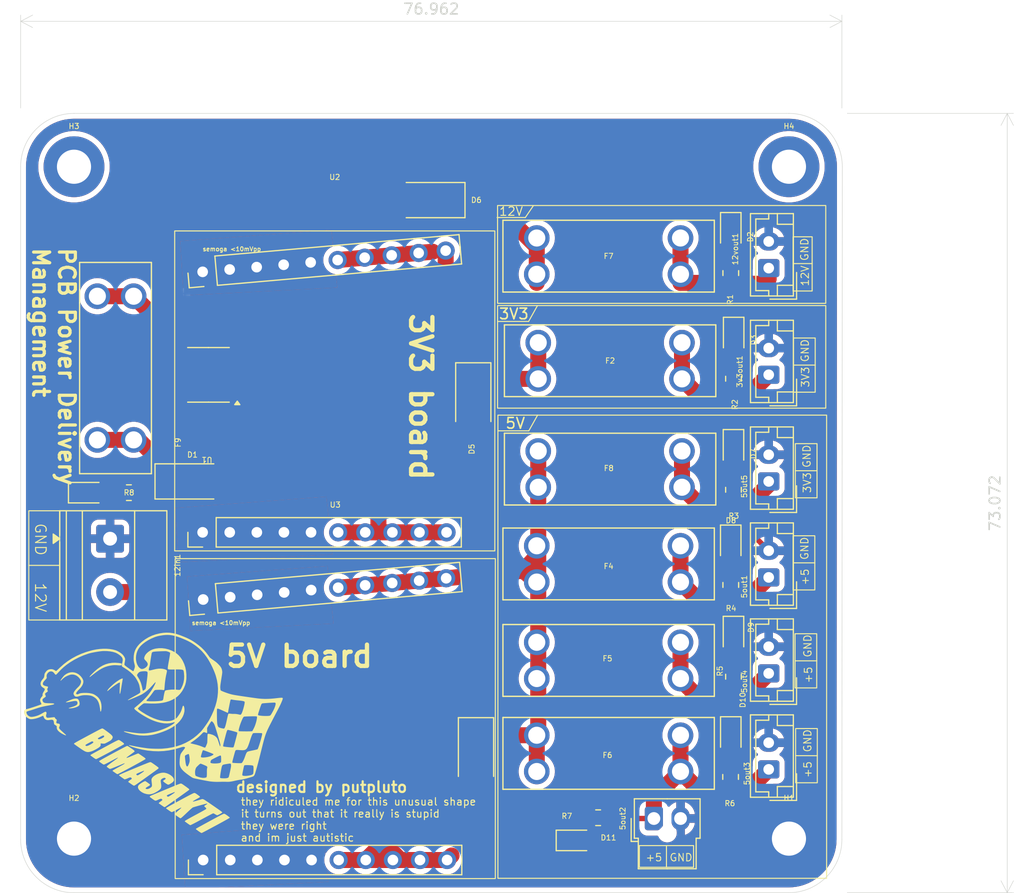
<source format=kicad_pcb>
(kicad_pcb (version 20241229) (generator "pcbnew") (generator_version "9.0")
  (layers (0 "F.Cu" signal) (2 "B.Cu" signal) (13 "F.Paste" user) (15 "B.Paste" user) (5 "F.SilkS" user "F.Silkscreen") (7 "B.SilkS" user "B.Silkscreen") (1 "F.Mask" user) (3 "B.Mask" user) (25 "Edge.Cuts" user))
  (net 0 "")
  (net 1 "Net-(12in1-Pin_2)")
  (net 2 "Net-(3v3out1-Pin_1)")
  (net 3 "5Vin")
  (net 4 "3Vin")
  (net 5 "Net-(5out1-Pin_1)")
  (net 6 "Net-(12vout1-Pin_1)")
  (net 7 "Net-(5out4-Pin_1)")
  (net 8 "Net-(U1-D)")
  (net 9 "Net-(D2-A)")
  (net 10 "Net-(D3-A)")
  (net 11 "Net-(D7-A)")
  (net 12 "Net-(D8-A)")
  (net 13 "Net-(D9-A)")
  (net 14 "Net-(D10-A)")
  (net 15 "Net-(D11-A)")
  (net 16 "12tobuck")
  (net 17 "Net-(D12-A)")
  (net 18 "Net-(5out5-Pin_1)")
  (net 19 "GND")
  (net 20 "/5v_f3")
  (footprint "0_FUSE:0_FUSE_3557-2" (layer "F.Cu") (at 128.139 38.686)
    (property "Reference" "F2" (at 0 0 0) (layer "F.SilkS") (effects (font (size 0.5 0.5) (thickness 0.08))))
    (property "Value" "3557-2")
    (pad "1_1" thru_hole circle (at -6.735 -1.7) (size 2.4 2.4) (drill 1.6) (layers "*.Cu" "*.Mask") (net 4 "3Vin"))
    (pad "1_2" thru_hole circle (at -6.735 1.7) (size 2.4 2.4) (drill 1.6) (layers "*.Cu" "*.Mask") (net 4 "3Vin"))
    (pad "2_1" thru_hole circle (at 6.735 -1.7) (size 2.4 2.4) (drill 1.6) (layers "*.Cu" "*.Mask") (net 2 "Net-(3v3out1-Pin_1)"))
    (pad "2_2" thru_hole circle (at 6.735 1.7) (size 2.4 2.4) (drill 1.6) (layers "*.Cu" "*.Mask") (net 2 "Net-(3v3out1-Pin_1)"))
  )
  (footprint "0_FUSE:0_FUSE_3557-2" (layer "F.Cu") (at 128 28.878)
    (property "Reference" "F7" (at 0 0 0) (layer "F.SilkS") (effects (font (size 0.5 0.5) (thickness 0.08))))
    (property "Value" "3557-2")
    (pad "1_1" thru_hole circle (at -6.735 -1.7) (size 2.4 2.4) (drill 1.6) (layers "*.Cu" "*.Mask") (net 16 "12tobuck"))
    (pad "1_2" thru_hole circle (at -6.735 1.7) (size 2.4 2.4) (drill 1.6) (layers "*.Cu" "*.Mask") (net 16 "12tobuck"))
    (pad "2_1" thru_hole circle (at 6.735 -1.7) (size 2.4 2.4) (drill 1.6) (layers "*.Cu" "*.Mask") (net 6 "Net-(12vout1-Pin_1)"))
    (pad "2_2" thru_hole circle (at 6.735 1.7) (size 2.4 2.4) (drill 1.6) (layers "*.Cu" "*.Mask") (net 6 "Net-(12vout1-Pin_1)"))
  )
  (footprint "Resistor_SMD:R_0805_2012Metric_Pad1.20x1.40mm_HandSolder" (layer "F.Cu") (at 139.7 40.37 90)
    (property "Reference" "R2" (at -2.4248 0.135199 90) (layer "F.SilkS") (effects (font (size 0.5 0.5) (thickness 0.08))))
    (property "Value" "220R")
    (pad "1" smd roundrect (at -1 0 90) (size 1.2 1.4) (layers "F.Cu" "F.Mask" "F.Paste") (roundrect_rratio 0.208333) (net 2 "Net-(3v3out1-Pin_1)"))
    (pad "2" smd roundrect (at 1 0 90) (size 1.2 1.4) (layers "F.Cu" "F.Mask" "F.Paste") (roundrect_rratio 0.208333) (net 10 "Net-(D3-A)"))
  )
  (footprint "LED_SMD:LED_0805_2012Metric_Pad1.15x1.40mm_HandSolder" (layer "F.Cu") (at 139.7 46.999 -90)
    (property "Reference" "D7" (at 0.418601 -1.865827 90) (layer "F.SilkS") (effects (font (size 0.5 0.5) (thickness 0.08))))
    (property "Value" "LED")
    (pad "1" smd roundrect (at -1.025 0 270) (size 1.15 1.4) (layers "F.Cu" "F.Mask" "F.Paste") (roundrect_rratio 0.217391) (net 19 "GND"))
    (pad "2" smd roundrect (at 1.025 0 270) (size 1.15 1.4) (layers "F.Cu" "F.Mask" "F.Paste") (roundrect_rratio 0.217391) (net 11 "Net-(D7-A)"))
  )
  (footprint "Connector_JST:JST_EH_B2B-EH-A_1x02_P2.50mm_Vertical" (layer "F.Cu") (at 143 50 90)
    (property "Reference" "5out5" (at -0.474 -2.286 90) (layer "F.SilkS") (effects (font (size 0.5 0.5) (thickness 0.08))))
    (property "Value" "~")
    (pad "1" thru_hole roundrect (at 0 0 90) (size 1.7 2) (drill 1) (layers "*.Cu" "*.Mask") (roundrect_rratio 0.147059) (net 18 "Net-(5out5-Pin_1)"))
    (pad "2" thru_hole oval (at 2.5 0 90) (size 1.7 2) (drill 1) (layers "*.Cu" "*.Mask") (net 19 "GND"))
  )
  (footprint "Connector_Molex:Molex_Nano-Fit_105309-xx02_1x02_P2.50mm_Vertical" (layer "F.Cu") (at 132.23993 81.608 90)
    (property "Reference" "5out2" (at 0 -2.92 90) (layer "F.SilkS") (effects (font (size 0.5 0.5) (thickness 0.08))))
    (property "Value" "~")
    (pad "" np_thru_hole circle (at -1.34 1.25 90) (size 1.3 1.3) (drill 1.3) (layers "*.Cu" "*.Mask"))
    (pad "1" thru_hole custom (at 0 0 90) (size 1.417157 1.417157) (drill 1.2) (layers "*.Cu" "*.Mask") (net 20 "/5v_f3") (options (clearance outline) (anchor circle)) (primitives (gr_poly (pts (xy -0.85 -0.6) (xy 0.85 -0.6) (xy 0.85 0.6) (xy -0.596447 0.6) (xy -0.85 0.346447)) (width 0.5) (fill yes))))
    (pad "2" thru_hole oval (at 0 2.5 90) (size 2.2 1.7) (drill 1.2) (layers "*.Cu" "*.Mask") (net 19 "GND"))
  )
  (footprint "Connector_JST:JST_EH_B2B-EH-A_1x02_P2.50mm_Vertical" (layer "F.Cu") (at 143.002 40 90)
    (property "Reference" "3v3out1" (at 0.299414 -2.715857 90) (layer "F.SilkS") (effects (font (size 0.5 0.5) (thickness 0.08))))
    (property "Value" "~")
    (pad "1" thru_hole roundrect (at 0 0 90) (size 1.7 2) (drill 1) (layers "*.Cu" "*.Mask") (roundrect_rratio 0.147059) (net 2 "Net-(3v3out1-Pin_1)"))
    (pad "2" thru_hole oval (at 2.5 0 90) (size 1.7 2) (drill 1) (layers "*.Cu" "*.Mask") (net 19 "GND"))
  )
  (footprint "Resistor_SMD:R_0805_2012Metric_Pad1.20x1.40mm_HandSolder" (layer "F.Cu") (at 139.446 30.464 90)
    (property "Reference" "R1" (at -2.487907 -0.053378 90) (layer "F.SilkS") (effects (font (size 0.5 0.5) (thickness 0.08))))
    (property "Value" "1k")
    (pad "1" smd roundrect (at -1 0 90) (size 1.2 1.4) (layers "F.Cu" "F.Mask" "F.Paste") (roundrect_rratio 0.208333) (net 6 "Net-(12vout1-Pin_1)"))
    (pad "2" smd roundrect (at 1 0 90) (size 1.2 1.4) (layers "F.Cu" "F.Mask" "F.Paste") (roundrect_rratio 0.208333) (net 9 "Net-(D2-A)"))
  )
  (footprint "LED_SMD:LED_0805_2012Metric_Pad1.15x1.40mm_HandSolder" (layer "F.Cu") (at 139.442076 55.954963 -90)
    (property "Reference" "D8" (at -2.288612 -0.014176 0) (layer "F.SilkS") (effects (font (size 0.5 0.5) (thickness 0.08))))
    (property "Value" "LED")
    (pad "1" smd roundrect (at -1.025 0 270) (size 1.15 1.4) (layers "F.Cu" "F.Mask" "F.Paste") (roundrect_rratio 0.217391) (net 19 "GND"))
    (pad "2" smd roundrect (at 1.025 0 270) (size 1.15 1.4) (layers "F.Cu" "F.Mask" "F.Paste") (roundrect_rratio 0.217391) (net 12 "Net-(D8-A)"))
  )
  (footprint "Resistor_SMD:R_0805_2012Metric_Pad1.20x1.40mm_HandSolder" (layer "F.Cu") (at 139.7 68.31 90)
    (property "Reference" "R5" (at 0.524 -1.27 90) (layer "F.SilkS") (effects (font (size 0.5 0.5) (thickness 0.08))))
    (property "Value" "330R")
    (pad "1" smd roundrect (at -1 0 90) (size 1.2 1.4) (layers "F.Cu" "F.Mask" "F.Paste") (roundrect_rratio 0.208333) (net 7 "Net-(5out4-Pin_1)"))
    (pad "2" smd roundrect (at 1 0 90) (size 1.2 1.4) (layers "F.Cu" "F.Mask" "F.Paste") (roundrect_rratio 0.208333) (net 13 "Net-(D9-A)"))
  )
  (footprint "Resistor_SMD:R_0805_2012Metric_Pad1.20x1.40mm_HandSolder" (layer "F.Cu") (at 139.446 59.706 90)
    (property "Reference" "R4" (at -2.196 0.027606 180) (layer "F.SilkS") (effects (font (size 0.5 0.5) (thickness 0.08))))
    (property "Value" "330R")
    (pad "1" smd roundrect (at -1 0 90) (size 1.2 1.4) (layers "F.Cu" "F.Mask" "F.Paste") (roundrect_rratio 0.208333) (net 5 "Net-(5out1-Pin_1)"))
    (pad "2" smd roundrect (at 1 0 90) (size 1.2 1.4) (layers "F.Cu" "F.Mask" "F.Paste") (roundrect_rratio 0.208333) (net 12 "Net-(D8-A)"))
  )
  (footprint "0_logo:logo_22x15.3" (layer "F.Cu") (at 86.031165 71.628 -35)
    (property "Reference" "G***" (hide yes))
    (property "Value" "LOGO" (hide yes))
  )
  (footprint "0_FUSE:0_FUSE_3557-2" (layer "F.Cu") (at 81.788 39.37 90)
    (property "Reference" "F9" (at -6.985 5.853366 90) (layer "F.SilkS") (effects (font (size 0.5 0.5) (thickness 0.08))))
    (property "Value" "3557-2")
    (pad "1_1" thru_hole circle (at -6.735 -1.7 90) (size 2.4 2.4) (drill 1.6) (layers "*.Cu" "*.Mask") (net 1 "Net-(12in1-Pin_2)"))
    (pad "1_2" thru_hole circle (at -6.735 1.7 90) (size 2.4 2.4) (drill 1.6) (layers "*.Cu" "*.Mask") (net 1 "Net-(12in1-Pin_2)"))
    (pad "2_1" thru_hole circle (at 6.735 -1.7 90) (size 2.4 2.4) (drill 1.6) (layers "*.Cu" "*.Mask") (net 8 "Net-(U1-D)"))
    (pad "2_2" thru_hole circle (at 6.735 1.7 90) (size 2.4 2.4) (drill 1.6) (layers "*.Cu" "*.Mask") (net 8 "Net-(U1-D)"))
  )
  (footprint "Connector_JST:JST_EH_B2B-EH-A_1x02_P2.50mm_Vertical" (layer "F.Cu") (at 143 68 90)
    (property "Reference" "5out4" (at -0.762 -2.286 90) (layer "F.SilkS") (effects (font (size 0.5 0.5) (thickness 0.08))))
    (property "Value" "~" (hide yes))
    (pad "1" thru_hole roundrect (at 0 0 90) (size 1.7 2) (drill 1) (layers "*.Cu" "*.Mask") (roundrect_rratio 0.147059) (net 7 "Net-(5out4-Pin_1)"))
    (pad "2" thru_hole oval (at 2.5 0 90) (size 1.7 2) (drill 1) (layers "*.Cu" "*.Mask") (net 19 "GND"))
  )
  (footprint "Connector_JST:JST_EH_B2B-EH-A_1x02_P2.50mm_Vertical" (layer "F.Cu") (at 143 77 90)
    (property "Reference" "5out3" (at -0.398 -2.032 90) (layer "F.SilkS") (effects (font (size 0.5 0.5) (thickness 0.08))))
    (property "Value" "~")
    (pad "1" thru_hole roundrect (at 0 0 90) (size 1.7 2) (drill 1) (layers "*.Cu" "*.Mask") (roundrect_rratio 0.147059) (net 20 "/5v_f3"))
    (pad "2" thru_hole oval (at 2.5 0 90) (size 1.7 2) (drill 1) (layers "*.Cu" "*.Mask") (net 19 "GND"))
  )
  (footprint "Connector_JST:JST_EH_B2B-EH-A_1x02_P2.50mm_Vertical" (layer "F.Cu") (at 143.002 30 90)
    (property "Reference" "12vout1" (at 1.781041 -3.132666 90) (layer "F.SilkS") (effects (font (size 0.5 0.5) (thickness 0.08))))
    (property "Value" "~")
    (pad "1" thru_hole roundrect (at 0 0 90) (size 1.7 2) (drill 1) (layers "*.Cu" "*.Mask") (roundrect_rratio 0.147059) (net 6 "Net-(12vout1-Pin_1)"))
    (pad "2" thru_hole oval (at 2.5 0 90) (size 1.7 2) (drill 1) (layers "*.Cu" "*.Mask") (net 19 "GND"))
  )
  (footprint "LED_SMD:LED_0805_2012Metric_Pad1.15x1.40mm_HandSolder" (layer "F.Cu") (at 139.7 64.507 -90)
    (property "Reference" "D9" (at -0.816558 -1.65 90) (layer "F.SilkS") (effects (font (size 0.5 0.5) (thickness 0.08))))
    (property "Value" "LED")
    (pad "1" smd roundrect (at -1.025 0 270) (size 1.15 1.4) (layers "F.Cu" "F.Mask" "F.Paste") (roundrect_rratio 0.217391) (net 19 "GND"))
    (pad "2" smd roundrect (at 1.025 0 270) (size 1.15 1.4) (layers "F.Cu" "F.Mask" "F.Paste") (roundrect_rratio 0.217391) (net 13 "Net-(D9-A)"))
  )
  (footprint "BIMS_BUCK:BIMS_BUCK" (layer "F.Cu") (at 102.33341 21.970877)
    (property "Reference" "U2" (at 0 -0.5 0) (layer "F.SilkS") (effects (font (size 0.5 0.5) (thickness 0.08))))
    (property "Value" "~")
    (pad "1" thru_hole rect (at -12.38079 32.804471 90) (size 1.7 1.7) (drill 1) (layers "*.Cu" "*.Mask") (net 19 "GND"))
    (pad "2" thru_hole circle (at -9.84079 32.804471 90) (size 1.7 1.7) (drill 1) (layers "*.Cu" "*.Mask") (net 19 "GND"))
    (pad "3" thru_hole circle (at -7.30079 32.804471 90) (size 1.7 1.7) (drill 1) (layers "*.Cu" "*.Mask") (net 19 "GND"))
    (pad "4" thru_hole circle (at -4.76079 32.804471 90) (size 1.7 1.7) (drill 1) (layers "*.Cu" "*.Mask") (net 19 "GND"))
    (pad "5" thru_hole circle (at -2.22079 32.804471 90) (size 1.7 1.7) (drill 1) (layers "*.Cu" "*.Mask") (net 19 "GND"))
    (pad "6" thru_hole circle (at 0.31921 32.804471 90) (size 1.7 1.7) (drill 1) (layers "*.Cu" "*.Mask") (net 16 "12tobuck"))
    (pad "7" thru_hole circle (at 2.85921 32.804471 90) (size 1.7 1.7) (drill 1) (layers "*.Cu" "*.Mask") (net 16 "12tobuck"))
    (pad "8" thru_hole circle (at 5.39921 32.804471 90) (size 1.7 1.7) (drill 1) (layers "*.Cu" "*.Mask") (net 16 "12tobuck"))
    (pad "9" thru_hole circle (at 7.93921 32.804471 90) (size 1.7 1.7) (drill 1) (layers "*.Cu" "*.Mask") (net 16 "12tobuck"))
    (pad "10" thru_hole circle (at 10.47921 32.804471 90) (size 1.7 1.7) (drill 1) (layers "*.Cu" "*.Mask") (net 16 "12tobuck"))
    (pad "11" thru_hole rect (at -12.378748 8.378625 95) (size 1.7 1.7) (drill 1) (layers "*.Cu" "*.Mask") (net 19 "GND"))
    (pad "12" thru_hole circle (at -9.848413 8.157249 95) (size 1.7 1.7) (drill 1) (layers "*.Cu" "*.Mask") (net 19 "GND"))
    (pad "13" thru_hole circle (at -7.318079 7.935874 95) (size 1.7 1.7) (drill 1) (layers "*.Cu" "*.Mask") (net 19 "GND"))
    (pad "14" thru_hole circle (at -4.787744 7.714498 95) (size 1.7 1.7) (drill 1) (layers "*.Cu" "*.Mask") (net 19 "GND"))
    (pad "15" thru_hole circle (at -2.25741 7.493123 95) (size 1.7 1.7) (drill 1) (layers "*.Cu" "*.Mask") (net 19 "GND"))
    (pad "16" thru_hole circle (at 0.272925 7.271747 95) (size 1.7 1.7) (drill 1) (layers "*.Cu" "*.Mask") (net 4 "3Vin"))
    (pad "17" thru_hole circle (at 2.803259 7.050371 95) (size 1.7 1.7) (drill 1) (layers "*.Cu" "*.Mask") (net 4 "3Vin"))
    (pad "18" thru_hole circle (at 5.333594 6.828996 95) (size 1.7 1.7) (drill 1) (layers "*.Cu" "*.Mask") (net 4 "3Vin"))
    (pad "19" thru_hole circle (at 7.863928 6.60762 95) (size 1.7 1.7) (drill 1) (layers "*.Cu" "*.Mask") (net 4 "3Vin"))
    (pad "20" thru_hole circle (at 10.394263 6.386245 95) (size 1.7 1.7) (drill 1) (layers "*.Cu" "*.Mask") (net 4 "3Vin"))
  )
  (footprint "Resistor_SMD:R_0805_2012Metric_Pad1.20x1.40mm_HandSolder" (layer "F.Cu") (at 83.042 51.054 180)
    (property "Reference" "R8" (at -0.016 0 0) (layer "F.SilkS") (effects (font (size 0.5 0.5) (thickness 0.08))))
    (property "Value" "1k")
    (pad "1" smd roundrect (at -1 0 180) (size 1.2 1.4) (layers "F.Cu" "F.Mask" "F.Paste") (roundrect_rratio 0.208333) (net 1 "Net-(12in1-Pin_2)"))
    (pad "2" smd roundrect (at 1 0 180) (size 1.2 1.4) (layers "F.Cu" "F.Mask" "F.Paste") (roundrect_rratio 0.208333) (net 17 "Net-(D12-A)"))
  )
  (footprint "AO4407A:SOIC-8 (AOD)" (layer "F.Cu") (at 90.356 47.4675 180)
    (property "Reference" "U1" (at 0 -0.5 180) (layer "F.SilkS") (effects (font (size 0.5 0.5) (thickness 0.08))))
    (property "Value" "~")
    (pad "1" smd roundrect (at 2.331 5.555 180) (size 1.95 0.6) (layers "F.Cu" "F.Mask" "F.Paste") (net 8 "Net-(U1-D)"))
    (pad "1" smd roundrect (at 2.331 6.825 180) (size 1.95 0.6) (layers "F.Cu" "F.Mask" "F.Paste") (net 8 "Net-(U1-D)"))
    (pad "1" smd roundrect (at 2.331 8.095 180) (size 1.95 0.6) (layers "F.Cu" "F.Mask" "F.Paste" "Dwgs.User") (net 8 "Net-(U1-D)"))
    (pad "1" smd roundrect (at 2.331 9.365 180) (size 1.95 0.6) (layers "F.Cu" "F.Mask" "F.Paste") (net 8 "Net-(U1-D)"))
    (pad "2" smd roundrect (at -2.619 9.365 180) (size 1.95 0.6) (layers "F.Cu" "F.Mask" "F.Paste") (net 19 "GND"))
    (pad "3" smd roundrect (at -2.619 5.555 180) (size 1.95 0.6) (layers "F.Cu" "F.Mask" "F.Paste") (net 16 "12tobuck"))
    (pad "3" smd roundrect (at -2.619 6.825 180) (size 1.95 0.6) (layers "F.Cu" "F.Mask" "F.Paste") (net 16 "12tobuck"))
    (pad "3" smd roundrect (at -2.619 8.095 180) (size 1.95 0.6) (layers "F.Cu" "F.Mask" "F.Paste") (net 16 "12tobuck"))
  )
  (footprint "0_FUSE:0_FUSE_3557-2" (layer "F.Cu") (at 128 66.784753)
    (property "Reference" "F5" (at -0.110741 -0.176 0) (layer "F.SilkS") (effects (font (size 0.5 0.5) (thickness 0.08))))
    (property "Value" "3557-2")
    (pad "1_1" thru_hole circle (at -6.735 -1.7) (size 2.4 2.4) (drill 1.6) (layers "*.Cu" "*.Mask") (net 3 "5Vin"))
    (pad "1_2" thru_hole circle (at -6.735 1.7) (size 2.4 2.4) (drill 1.6) (layers "*.Cu" "*.Mask") (net 3 "5Vin"))
    (pad "2_1" thru_hole circle (at 6.735 -1.7) (size 2.4 2.4) (drill 1.6) (layers "*.Cu" "*.Mask") (net 7 "Net-(5out4-Pin_1)"))
    (pad "2_2" thru_hole circle (at 6.735 1.7) (size 2.4 2.4) (drill 1.6) (layers "*.Cu" "*.Mask") (net 7 "Net-(5out4-Pin_1)"))
  )
  (footprint "0_FUSE:0_FUSE_3557-2" (layer "F.Cu") (at 128.139 48.846)
    (property "Reference" "F8" (at -0.123 -0.078 0) (layer "F.SilkS") (effects (font (size 0.5 0.5) (thickness 0.08))))
    (property "Value" "3557-2")
    (pad "1_1" thru_hole circle (at -6.735 -1.7) (size 2.4 2.4) (drill 1.6) (layers "*.Cu" "*.Mask") (net 3 "5Vin"))
    (pad "1_2" thru_hole circle (at -6.735 1.7) (size 2.4 2.4) (drill 1.6) (layers "*.Cu" "*.Mask") (net 3 "5Vin"))
    (pad "2_1" thru_hole circle (at 6.735 -1.7) (size 2.4 2.4) (drill 1.6) (layers "*.Cu" "*.Mask") (net 18 "Net-(5out5-Pin_1)"))
    (pad "2_2" thru_hole circle (at 6.735 1.7) (size 2.4 2.4) (drill 1.6) (layers "*.Cu" "*.Mask") (net 18 "Net-(5out5-Pin_1)"))
  )
  (footprint "LED_SMD:LED_0805_2012Metric_Pad1.15x1.40mm_HandSolder" (layer "F.Cu") (at 139.717524 36.46989 -90)
    (property "Reference" "D3" (at 0.271365 -1.88055 90) (layer "F.SilkS") (effects (font (size 0.5 0.5) (thickness 0.08))))
    (property "Value" "LED")
    (pad "1" smd roundrect (at -1.025 0 270) (size 1.15 1.4) (layers "F.Cu" "F.Mask" "F.Paste") (roundrect_rratio 0.217391) (net 19 "GND"))
    (pad "2" smd roundrect (at 1.025 0 270) (size 1.15 1.4) (layers "F.Cu" "F.Mask" "F.Paste") (roundrect_rratio 0.217391) (net 10 "Net-(D3-A)"))
  )
  (footprint "0_FUSE:0_FUSE_3557-2" (layer "F.Cu") (at 128 75.5)
    (property "Reference" "F6" (at -0.110741 0.176 0) (layer "F.SilkS") (effects (font (size 0.5 0.5) (thickness 0.08))))
    (property "Value" "3557-2")
    (pad "1_1" thru_hole circle (at -6.735 -1.7) (size 2.4 2.4) (drill 1.6) (layers "*.Cu" "*.Mask") (net 3 "5Vin"))
    (pad "1_2" thru_hole circle (at -6.735 1.7) (size 2.4 2.4) (drill 1.6) (layers "*.Cu" "*.Mask") (net 3 "5Vin"))
    (pad "2_1" thru_hole circle (at 6.735 -1.7) (size 2.4 2.4) (drill 1.6) (layers "*.Cu" "*.Mask") (net 20 "/5v_f3"))
    (pad "2_2" thru_hole circle (at 6.735 1.7) (size 2.4 2.4) (drill 1.6) (layers "*.Cu" "*.Mask") (net 20 "/5v_f3"))
  )
  (footprint "Resistor_SMD:R_0805_2012Metric_Pad1.20x1.40mm_HandSolder" (layer "F.Cu") (at 127.016 81.534 180)
    (property "Reference" "R7" (at 2.9304 0.1524 0) (layer "F.SilkS") (effects (font (size 0.5 0.5) (thickness 0.08))))
    (property "Value" "330R")
    (pad "1" smd roundrect (at -1 0 180) (size 1.2 1.4) (layers "F.Cu" "F.Mask" "F.Paste") (roundrect_rratio 0.208333) (net 20 "/5v_f3"))
    (pad "2" smd roundrect (at 1 0 180) (size 1.2 1.4) (layers "F.Cu" "F.Mask" "F.Paste") (roundrect_rratio 0.208333) (net 15 "Net-(D11-A)"))
  )
  (footprint "Diode_SMD:D_SMA" (layer "F.Cu") (at 115.57 75.66 -90)
    (property "Reference" "D4" (hide yes))
    (property "Value" "SMAJ5.0A")
    (pad "1" smd roundrect (at -2 0 270) (size 2.5 1.8) (layers "F.Cu" "F.Mask" "F.Paste") (roundrect_rratio 0.1388888889) (net 3 "5Vin"))
    (pad "2" smd roundrect (at 2 0 270) (size 2.5 1.8) (layers "F.Cu" "F.Mask" "F.Paste") (roundrect_rratio 0.1388888889) (net 19 "GND"))
  )
  (footprint "MountingHole:MountingHole_3.2mm_M3_ISO7380_Pad_TopBottom" (layer "F.Cu") (at 77.898 83.494)
    (property "Reference" "H2" (at 0 -3.8 0) (layer "F.SilkS") (effects (font (size 0.5 0.5) (thickness 0.08))))
    (property "Value" "MountingHole_Pad")
    (pad "1" thru_hole circle (at 0 0) (size 3.6 3.6) (drill 3.2) (layers "*.Cu" "*.Mask") (net 19 "GND"))
    (pad "1" connect circle (at 0 0) (size 5.7 5.7) (layers "F.Cu" "F.Mask") (net 19 "GND"))
    (pad "1" connect circle (at 0 0) (size 5.7 5.7) (layers "B.Cu" "B.Mask") (net 19 "GND"))
  )
  (footprint "Diode_SMD:D_SMA" (layer "F.Cu") (at 115.316 42.386 -90)
    (property "Reference" "D5" (at 4.587804 0.143342 90) (layer "F.SilkS") (effects (font (size 0.5 0.5) (thickness 0.08))))
    (property "Value" "SMAJ5.0A")
    (pad "1" smd roundrect (at -2 0 270) (size 2.5 1.8) (layers "F.Cu" "F.Mask" "F.Paste") (roundrect_rratio 0.1388888889) (net 4 "3Vin"))
    (pad "2" smd roundrect (at 2 0 270) (size 2.5 1.8) (layers "F.Cu" "F.Mask" "F.Paste") (roundrect_rratio 0.1388888889) (net 19 "GND"))
  )
  (footprint "Diode_SMD:D_SMA" (layer "F.Cu") (at 111.03 23.622 180)
    (property "Reference" "D6" (at -4.572 0 0) (layer "F.SilkS") (effects (font (size 0.5 0.5) (thickness 0.08))))
    (property "Value" "SMAJ5.0A")
    (pad "1" smd roundrect (at -2 0 180) (size 2.5 1.8) (layers "F.Cu" "F.Mask" "F.Paste") (roundrect_rratio 0.1388888889) (net 16 "12tobuck"))
    (pad "2" smd roundrect (at 2 0 180) (size 2.5 1.8) (layers "F.Cu" "F.Mask" "F.Paste") (roundrect_rratio 0.1388888889) (net 19 "GND"))
  )
  (footprint "Diode_SMD:D_SMA" (layer "F.Cu") (at 89 50)
    (property "Reference" "D1" (at 0 -2.5 0) (layer "F.SilkS") (effects (font (size 0.5 0.5) (thickness 0.08))))
    (property "Value" "SMAJ24A")
    (pad "1" smd roundrect (at -2 0) (size 2.5 1.8) (layers "F.Cu" "F.Mask" "F.Paste") (roundrect_rratio 0.1388888889) (net 1 "Net-(12in1-Pin_2)"))
    (pad "2" smd roundrect (at 2 0) (size 2.5 1.8) (layers "F.Cu" "F.Mask" "F.Paste") (roundrect_rratio 0.1388888889) (net 19 "GND"))
  )
  (footprint "MountingHole:MountingHole_3.2mm_M3_ISO7380_Pad_TopBottom" (layer "F.Cu") (at 77.898 20.494)
    (property "Reference" "H3" (at 0 -3.8 0) (layer "F.SilkS") (effects (font (size 0.5 0.5) (thickness 0.08))))
    (property "Value" "MountingHole_Pad")
    (pad "1" thru_hole circle (at 0 0) (size 3.6 3.6) (drill 3.2) (layers "*.Cu" "*.Mask"))
    (pad "1" connect circle (at 0 0) (size 5.7 5.7) (layers "F.Cu" "F.Mask"))
    (pad "1" connect circle (at 0 0) (size 5.7 5.7) (layers "B.Cu" "B.Mask"))
  )
  (footprint "LED_SMD:LED_0805_2012Metric_Pad1.15x1.40mm_HandSolder" (layer "F.Cu") (at 124.946115 83.659872)
    (property "Reference" "D11" (at 3.039 -0.254 0) (layer "F.SilkS") (effects (font (size 0.5 0.5) (thickness 0.08))))
    (property "Value" "LED")
    (pad "1" smd roundrect (at -1.025 0) (size 1.15 1.4) (layers "F.Cu" "F.Mask" "F.Paste") (roundrect_rratio 0.217391) (net 19 "GND"))
    (pad "2" smd roundrect (at 1.025 0) (size 1.15 1.4) (layers "F.Cu" "F.Mask" "F.Paste") (roundrect_rratio 0.217391) (net 15 "Net-(D11-A)"))
  )
  (footprint "Connector_JST:JST_EH_B2B-EH-A_1x02_P2.50mm_Vertical" (layer "F.Cu") (at 143 59 90)
    (property "Reference" "5out1" (at -0.872 -2.286 90) (layer "F.SilkS") (effects (font (size 0.5 0.5) (thickness 0.08))))
    (property "Value" "~" (hide yes))
    (pad "1" thru_hole roundrect (at 0 0 90) (size 1.7 2) (drill 1) (layers "*.Cu" "*.Mask") (roundrect_rratio 0.147059) (net 5 "Net-(5out1-Pin_1)"))
    (pad "2" thru_hole oval (at 2.5 0 90) (size 1.7 2) (drill 1) (layers "*.Cu" "*.Mask") (net 19 "GND"))
  )
  (footprint "MountingHole:MountingHole_3.2mm_M3_ISO7380_Pad_TopBottom" (layer "F.Cu") (at 144.898 83.494)
    (property "Reference" "H1" (at 0 -3.8 0) (layer "F.SilkS") (effects (font (size 0.5 0.5) (thickness 0.08))))
    (property "Value" "MountingHole_Pad")
    (pad "1" thru_hole circle (at 0 0) (size 3.6 3.6) (drill 3.2) (layers "*.Cu" "*.Mask") (net 19 "GND"))
    (pad "1" connect circle (at 0 0) (size 5.7 5.7) (layers "F.Cu" "F.Mask") (net 19 "GND"))
    (pad "1" connect circle (at 0 0) (size 5.7 5.7) (layers "B.Cu" "B.Mask") (net 19 "GND"))
  )
  (footprint "BIMS_BUCK:BIMS_BUCK" (layer "F.Cu") (at 102.381737 52.694155)
    (property "Reference" "U3" (at 0 -0.5 0) (layer "F.SilkS") (effects (font (size 0.5 0.5) (thickness 0.08))))
    (property "Value" "~")
    (pad "1" thru_hole rect (at -12.38079 32.804471 90) (size 1.7 1.7) (drill 1) (layers "*.Cu" "*.Mask") (net 19 "GND"))
    (pad "2" thru_hole circle (at -9.84079 32.804471 90) (size 1.7 1.7) (drill 1) (layers "*.Cu" "*.Mask") (net 19 "GND"))
    (pad "3" thru_hole circle (at -7.30079 32.804471 90) (size 1.7 1.7) (drill 1) (layers "*.Cu" "*.Mask") (net 19 "GND"))
    (pad "4" thru_hole circle (at -4.76079 32.804471 90) (size 1.7 1.7) (drill 1) (layers "*.Cu" "*.Mask") (net 19 "GND"))
    (pad "5" thru_hole circle (at -2.22079 32.804471 90) (size 1.7 1.7) (drill 1) (layers "*.Cu" "*.Mask") (net 19 "GND"))
    (pad "6" thru_hole circle (at 0.31921 32.804471 90) (size 1.7 1.7) (drill 1) (layers "*.Cu" "*.Mask") (net 16 "12tobuck"))
    (pad "7" thru_hole circle (at 2.85921 32.804471 90) (size 1.7 1.7) (drill 1) (layers "*.Cu" "*.Mask") (net 16 "12tobuck"))
    (pad "8" thru_hole circle (at 5.39921 32.804471 90) (size 1.7 1.7) (drill 1) (layers "*.Cu" "*.Mask") (net 16 "12tobuck"))
    (pad "9" thru_hole circle (at 7.93921 32.804471 90) (size 1.7 1.7) (drill 1) (layers "*.Cu" "*.Mask") (net 16 "12tobuck"))
    (pad "10" thru_hole circle (at 10.47921 32.804471 90) (size 1.7 1.7) (drill 1) (layers "*.Cu" "*.Mask") (net 16 "12tobuck"))
    (pad "11" thru_hole rect (at -12.378748 8.378625 95) (size 1.7 1.7) (drill 1) (layers "*.Cu" "*.Mask") (net 19 "GND"))
    (pad "12" thru_hole circle (at -9.848413 8.157249 95) (size 1.7 1.7) (drill 1) (layers "*.Cu" "*.Mask") (net 19 "GND"))
    (pad "13" thru_hole circle (at -7.318079 7.935874 95) (size 1.7 1.7) (drill 1) (layers "*.Cu" "*.Mask") (net 19 "GND"))
    (pad "14" thru_hole circle (at -4.787744 7.714498 95) (size 1.7 1.7) (drill 1) (layers "*.Cu" "*.Mask") (net 19 "GND"))
    (pad "15" thru_hole circle (at -2.25741 7.493123 95) (size 1.7 1.7) (drill 1) (layers "*.Cu" "*.Mask") (net 19 "GND"))
    (pad "16" thru_hole circle (at 0.272925 7.271747 95) (size 1.7 1.7) (drill 1) (layers "*.Cu" "*.Mask") (net 3 "5Vin"))
    (pad "17" thru_hole circle (at 2.803259 7.050371 95) (size 1.7 1.7) (drill 1) (layers "*.Cu" "*.Mask") (net 3 "5Vin"))
    (pad "18" thru_hole circle (at 5.333594 6.828996 95) (size 1.7 1.7) (drill 1) (layers "*.Cu" "*.Mask") (net 3 "5Vin"))
    (pad "19" thru_hole circle (at 7.863928 6.60762 95) (size 1.7 1.7) (drill 1) (layers "*.Cu" "*.Mask") (net 3 "5Vin"))
    (pad "20" thru_hole circle (at 10.394263 6.386245 95) (size 1.7 1.7) (drill 1) (layers "*.Cu" "*.Mask") (net 3 "5Vin"))
  )
  (footprint "LED_SMD:LED_0805_2012Metric_Pad1.15x1.40mm_HandSolder" (layer "F.Cu") (at 139.446 73.923511 -90)
    (property "Reference" "D10" (at -3.423555 -1.120961 90) (layer "F.SilkS") (effects (font (size 0.5 0.5) (thickness 0.08))))
    (property "Value" "LED")
    (pad "1" smd roundrect (at -1.025 0 270) (size 1.15 1.4) (layers "F.Cu" "F.Mask" "F.Paste") (roundrect_rratio 0.217391) (net 19 "GND"))
    (pad "2" smd roundrect (at 1.025 0 270) (size 1.15 1.4) (layers "F.Cu" "F.Mask" "F.Paste") (roundrect_rratio 0.217391) (net 14 "Net-(D10-A)"))
  )
  (footprint "0_FUSE:0_FUSE_3557-2" (layer "F.Cu") (at 128 57.736)
    (property "Reference" "F4" (at 0 0.224331 0) (layer "F.SilkS") (effects (font (size 0.5 0.5) (thickness 0.08))))
    (property "Value" "3557-2")
    (pad "1_1" thru_hole circle (at -6.735 -1.7) (size 2.4 2.4) (drill 1.6) (layers "*.Cu" "*.Mask") (net 3 "5Vin"))
    (pad "1_2" thru_hole circle (at -6.735 1.7) (size 2.4 2.4) (drill 1.6) (layers "*.Cu" "*.Mask") (net 3 "5Vin"))
    (pad "2_1" thru_hole circle (at 6.735 -1.7) (size 2.4 2.4) (drill 1.6) (layers "*.Cu" "*.Mask") (net 5 "Net-(5out1-Pin_1)"))
    (pad "2_2" thru_hole circle (at 6.735 1.7) (size 2.4 2.4) (drill 1.6) (layers "*.Cu" "*.Mask") (net 5 "Net-(5out1-Pin_1)"))
  )
  (footprint "Resistor_SMD:R_0805_2012Metric_Pad1.20x1.40mm_HandSolder" (layer "F.Cu") (at 139.428881 77.708 90)
    (property "Reference" "R6" (at -2.482 -0.06913 0) (layer "F.SilkS") (effects (font (size 0.5 0.5) (thickness 0.08))))
    (property "Value" "330R")
    (pad "1" smd roundrect (at -1 0 90) (size 1.2 1.4) (layers "F.Cu" "F.Mask" "F.Paste") (roundrect_rratio 0.208333) (net 20 "/5v_f3"))
    (pad "2" smd roundrect (at 1 0 90) (size 1.2 1.4) (layers "F.Cu" "F.Mask" "F.Paste") (roundrect_rratio 0.208333) (net 14 "Net-(D10-A)"))
  )
  (footprint "MountingHole:MountingHole_3.2mm_M3_ISO7380_Pad_TopBottom" (layer "F.Cu") (at 144.898 20.494)
    (property "Reference" "H4" (at 0 -3.8 0) (layer "F.SilkS") (effects (font (size 0.5 0.5) (thickness 0.08))))
    (property "Value" "MountingHole_Pad")
    (pad "1" thru_hole circle (at 0 0) (size 3.6 3.6) (drill 3.2) (layers "*.Cu" "*.Mask"))
    (pad "1" connect circle (at 0 0) (size 5.7 5.7) (layers "F.Cu" "F.Mask"))
    (pad "1" connect circle (at 0 0) (size 5.7 5.7) (layers "B.Cu" "B.Mask"))
  )
  (footprint "LED_SMD:LED_0805_2012Metric_Pad1.15x1.40mm_HandSolder" (layer "F.Cu") (at 139.446 26.647 -90)
    (property "Reference" "D2" (at 0.423747 -1.83567 90) (layer "F.SilkS") (effects (font (size 0.5 0.5) (thickness 0.08))))
    (property "Value" "LED")
    (pad "1" smd roundrect (at -1.025 0 270) (size 1.15 1.4) (layers "F.Cu" "F.Mask" "F.Paste") (roundrect_rratio 0.217391) (net 19 "GND"))
    (pad "2" smd roundrect (at 1.025 0 270) (size 1.15 1.4) (layers "F.Cu" "F.Mask" "F.Paste") (roundrect_rratio 0.217391) (net 9 "Net-(D2-A)"))
  )
  (footprint "Resistor_SMD:R_0805_2012Metric_Pad1.20x1.40mm_HandSolder" (layer "F.Cu") (at 139.7 50.784 90)
    (property "Reference" "R3" (at -2.45 0.029269 180) (layer "F.SilkS") (effects (font (size 0.5 0.5) (thickness 0.08))))
    (property "Value" "220R")
    (pad "1" smd roundrect (at -1 0 90) (size 1.2 1.4) (layers "F.Cu" "F.Mask" "F.Paste") (roundrect_rratio 0.208333) (net 18 "Net-(5out5-Pin_1)"))
    (pad "2" smd roundrect (at 1 0 90) (size 1.2 1.4) (layers "F.Cu" "F.Mask" "F.Paste") (roundrect_rratio 0.208333) (net 11 "Net-(D7-A)"))
  )
  (footprint "LED_SMD:LED_0805_2012Metric_Pad1.15x1.40mm_HandSolder" (layer "F.Cu") (at 79.239 51.054)
    (property "Reference" "D12" (hide yes))
    (property "Value" "LED" (hide yes))
    (pad "1" smd roundrect (at -1.025 0) (size 1.15 1.4) (layers "F.Cu" "F.Mask" "F.Paste") (roundrect_rratio 0.217391) (net 19 "GND"))
    (pad "2" smd roundrect (at 1.025 0) (size 1.15 1.4) (layers "F.Cu" "F.Mask" "F.Paste") (roundrect_rratio 0.217391) (net 17 "Net-(D12-A)"))
  )
  (footprint "TerminalBlock_Phoenix:TerminalBlock_Phoenix_MKDS-1,5-2_1x02_P5.00mm_Horizontal" (layer "F.Cu") (at 81.28 55.372 -90)
    (property "Reference" "12in1" (at 2.5 -6.32 270) (layer "F.SilkS") (effects (font (size 0.5 0.5) (thickness 0.08))))
    (property "Value" "~")
    (pad "1" thru_hole roundrect (at 0 0 270) (size 2.6 2.6) (drill 1.3) (layers "*.Cu" "*.Mask") (roundrect_rratio 0.096154) (net 19 "GND"))
    (pad "2" thru_hole circle (at 5 0 270) (size 2.6 2.6) (drill 1.3) (layers "*.Cu" "*.Mask") (net 1 "Net-(12in1-Pin_2)"))
  )
  (gr_line (start 117.547552 25.254061) (end 120.193641 25.254061) (stroke (width 0.1)) (layer "F.SilkS"))
  (gr_rect (start 73.66 52.752) (end 76.56 62.992) (stroke (width 0.1)) (fill no) (layer "F.SilkS"))
  (gr_line (start 147.547 75.718936) (end 145.523282 75.713421) (stroke (width 0.1)) (layer "F.SilkS"))
  (gr_line (start 120.5 35) (end 121.323303 33.528) (stroke (width 0.1)) (layer "F.SilkS"))
  (gr_line (start 147.358653 39.093917) (end 145.326653 39.093917) (stroke (width 0.1)) (layer "F.SilkS"))
  (gr_line (start 133.41913 86.18) (end 133.41913 84.148) (stroke (width 0.1)) (layer "F.SilkS"))
  (gr_rect (start 145.523282 73.173421) (end 147.555282 78.253421) (stroke (width 0.1)) (fill no) (layer "F.SilkS"))
  (gr_line (start 120.520558 45.255139) (end 121.343861 43.783139) (stroke (width 0.1)) (layer "F.SilkS"))
  (gr_line (start 147.32 57.635917) (end 145.288 57.635917) (stroke (width 0.1)) (layer "F.SilkS"))
  (gr_line (start 147.528211 48.998995) (end 145.496211 48.998995) (stroke (width 0.1)) (layer "F.SilkS"))
  (gr_rect (start 145.496211 46.458995) (end 147.528211 51.538995) (stroke (width 0.1)) (fill no) (layer "F.SilkS"))
  (gr_line (start 147.499457 66.821321) (end 145.467457 66.821321) (stroke (width 0.1)) (layer "F.SilkS"))
  (gr_line (start 117.608882 35) (end 120.5 35) (stroke (width 0.1)) (layer "F.SilkS"))
  (gr_line (start 76.56 57.872) (end 73.66 57.872) (stroke (width 0.1)) (layer "F.SilkS"))
  (gr_rect (start 145.467457 64.281321) (end 147.499457 69.361321) (stroke (width 0.1)) (fill no) (layer "F.SilkS"))
  (gr_rect (start 117.590957 24.13) (end 148.347044 33.300379) (stroke (width 0.1)) (fill no) (layer "F.SilkS"))
  (gr_line (start 120.193641 25.254061) (end 120.927143 24.173787) (stroke (width 0.1)) (layer "F.SilkS"))
  (gr_rect (start 117.590957 33.512003) (end 148.347043 43.127946) (stroke (width 0.1)) (fill no) (layer "F.SilkS"))
  (gr_rect (start 145.326653 36.553917) (end 147.358653 41.633917) (stroke (width 0.1)) (fill no) (layer "F.SilkS"))
  (gr_rect (start 117.623264 43.784086) (end 148.427216 87.212562) (stroke (width 0.1)) (fill no) (layer "F.SilkS"))
  (gr_line (start 117.62944 45.255139) (end 120.520558 45.255139) (stroke (width 0.1)) (layer "F.SilkS"))
  (gr_rect (start 130.87913 84.148) (end 135.95913 86.18) (stroke (width 0.1)) (fill no) (layer "F.SilkS"))
  (gr_rect (start 145.288 55.095917) (end 147.32 60.175917) (stroke (width 0.1)) (fill no) (layer "F.SilkS"))
  (gr_rect (start 145.288 27.064806) (end 147.072903 32.144806) (stroke (width 0.1)) (fill no) (layer "F.SilkS"))
  (gr_line (start 147.072903 29.575952) (end 145.292536 29.575952) (stroke (width 0.1)) (layer "F.SilkS"))
  (gr_line (start 77.898 15.494) (end 144.898 15.494) (stroke (width 0.05)) (layer "Edge.Cuts"))
  (gr_line (start 77.898 88.566) (end 144.86 88.566) (stroke (width 0.05)) (layer "Edge.Cuts"))
  (gr_arc (start 149.86 83.566) (mid 148.395534 87.101534) (end 144.86 88.566) (stroke (width 0.05)) (layer "Edge.Cuts"))
  (gr_line (start 72.898 83.566) (end 72.898 20.494) (stroke (width 0.05)) (layer "Edge.Cuts"))
  (gr_line (start 149.897999 20.513101) (end 149.86 83.566) (stroke (width 0.05)) (layer "Edge.Cuts"))
  (gr_arc (start 144.898 15.493964) (mid 148.440306 16.9652) (end 149.898 20.513101) (stroke (width 0.05)) (layer "Edge.Cuts"))
  (gr_arc (start 77.898 88.566) (mid 74.362466 87.101534) (end 72.898 83.566) (stroke (width 0.05)) (layer "Edge.Cuts"))
  (gr_arc (start 72.898 20.494) (mid 74.362466 16.958466) (end 77.898 15.494) (stroke (width 0.05)) (layer "Edge.Cuts"))
  (gr_text "GND\n" (at 147.066 66.548 90) (layer "F.SilkS") (effects (font (size 0.7 0.7) (thickness 0.0875)) (justify left bottom)))
  (gr_text "GND\n" (at 133.661165 85.672 0) (layer "F.SilkS") (effects (font (size 0.7 0.7) (thickness 0.0875)) (justify left bottom)))
  (gr_text "PCB Power Delivery\nManagement\n" (at 73.914 27.94 270) (layer "F.SilkS") (effects (font (size 1.5 1.5) (thickness 0.3) (bold yes)) (justify left bottom)))
  (gr_text "+5\n" (at 146.812 59.781111 90) (layer "F.SilkS") (effects (font (size 0.7 0.7) (thickness 0.0875)) (justify left bottom)))
  (gr_text "GND\n" (at 146.812 38.862 90) (layer "F.SilkS") (effects (font (size 0.7 0.7) (thickness 0.0875)) (justify left bottom)))
  (gr_text "semoga <10mVpp\n" (at 89.916 28.448 0) (layer "F.SilkS") (effects (font (size 0.4 0.4) (thickness 0.08) (bold yes)) (justify left bottom)))
  (gr_text "5V board\n" (at 91.948 67.564 0) (layer "F.SilkS") (effects (font (size 2 2) (thickness 0.4) (bold yes)) (justify left bottom)))
  (gr_text "+5\n" (at 131.419336 85.672 0) (layer "F.SilkS") (effects (font (size 0.7 0.7) (thickness 0.0875)) (justify left bottom)))
  (gr_text "+5\n" (at 147.126739 68.966515 90) (layer "F.SilkS") (effects (font (size 0.7 0.7) (thickness 0.0875)) (justify left bottom)))
  (gr_text "designed by putpluto\n" (at 92.964 79.248 0) (layer "F.SilkS") (effects (font (size 1 1) (thickness 0.2) (bold yes)) (justify left bottom)))
  (gr_text "+5\n" (at 147.072131 77.839292 90) (layer "F.SilkS") (effects (font (size 0.7 0.7) (thickness 0.0875)) (justify left bottom)))
  (gr_text "GND\n" (at 146.773347 29.372889 90) (layer "F.SilkS") (effects (font (size 0.7 0.7) (thickness 0.0875)) (justify left bottom)))
  (gr_text "GND\n" (at 74.168 53.848 270) (layer "F.SilkS") (effects (font (size 1 1) (thickness 0.1)) (justify left bottom)))
  (gr_text "12V" (at 146.812 31.75 90) (layer "F.SilkS") (effects (font (size 0.7 0.7) (thickness 0.0875)) (justify left bottom)))
  (gr_text "semoga <10mVpp\n" (at 88.9 63.5 0) (layer "F.SilkS") (effects (font (size 0.4 0.4) (thickness 0.08) (bold yes)) (justify left bottom)))
  (gr_text "3V3" (at 147.020211 51.144189 90) (layer "F.SilkS") (effects (font (size 0.7 0.7) (thickness 0.0875)) (justify left bottom)))
  (gr_text "5V" (at 118.25 45.132463 0) (layer "F.SilkS") (effects (font (size 1 1)) (justify left bottom)))
  (gr_text "GND\n" (at 147.052805 75.442855 90) (layer "F.SilkS") (effects (font (size 0.7 0.7) (thickness 0.0875)) (justify left bottom)))
  (gr_text "12V\n" (at 74.168 59.436 270) (layer "F.SilkS") (effects (font (size 1 1) (thickness 0.1)) (justify left bottom)))
  (gr_text "3V3\n" (at 117.638636 34.877324 0) (layer "F.SilkS") (effects (font (size 1 1)) (justify left bottom)))
  (gr_text "3V3\n" (at 146.850653 41.239111 90) (layer "F.SilkS") (effects (font (size 0.7 0.7) (thickness 0.0875)) (justify left bottom)))
  (gr_text "3V3 board\n" (at 109.22 34.036 270) (layer "F.SilkS") (effects (font (size 2 2) (thickness 0.4) (bold yes)) (justify left bottom)))
  (gr_text "GND\n" (at 146.981558 48.767078 90) (layer "F.SilkS") (effects (font (size 0.7 0.7) (thickness 0.0875)) (justify left bottom)))
  (gr_text "GND\n" (at 146.773347 57.404 90) (layer "F.SilkS") (effects (font (size 0.7 0.7) (thickness 0.0875)) (justify left bottom)))
  (gr_text "12V" (at 117.689019 25.150778 0) (layer "F.SilkS") (effects (font (size 0.8 0.8) (thickness 0.1)) (justify left bottom)))
  (gr_text "they ridiculed me for this unusual shape\nit turns out that it really is stupid\nthey were right\nand im just autistic" (at 93.472 83.82 0) (layer "F.SilkS") (effects (font (size 0.7 0.7) (thickness 0.1)) (justify left bottom)))
  (dimension (type orthogonal) (layer "Edge.Cuts") (pts (xy 72.898 15.494) (xy 149.86 15.494)) (height -8.636) (orientation 0) (format (prefix "") (suffix "") (units 3) (units_format 0) (precision 4) (suppress_zeroes yes)) (style (thickness 0.05) (arrow_length 1.27) (text_position_mode 0) (arrow_direction outward) (extension_height 0.58642) (extension_offset 0.5) (keep_text_aligned yes)) (gr_text "76.962" (at 111.379 5.708 0) (layer "Edge.Cuts") (effects (font (size 1 1) (thickness 0.15)))))
  (dimension (type orthogonal) (layer "Edge.Cuts") (pts (xy 149.86 15.494) (xy 149.86 88.566)) (height 15.494) (orientation 1) (format (prefix "") (suffix "") (units 3) (units_format 0) (precision 4) (suppress_zeroes yes)) (style (thickness 0.05) (arrow_length 1.27) (text_position_mode 0) (arrow_direction outward) (extension_height 0.58642) (extension_offset 0.5) (keep_text_aligned yes)) (gr_text "73.072" (at 164.204 52.03 90) (layer "Edge.Cuts") (effects (font (size 1 1) (thickness 0.15)))))
  (segment (start 84.042 51.054) (end 85.852 51.054) (width 0.5) (layer "F.Cu") (net 1))
  (segment (start 80.088 46.105) (end 83.488 46.105) (width 1.5) (layer "F.Cu") (net 1))
  (segment (start 85.852 51.054) (end 86.106 51.308) (width 0.5) (layer "F.Cu") (net 1))
  (segment (start 86.106 58.166) (end 83.9 60.372) (width 1.5) (layer "F.Cu") (net 1))
  (segment (start 83.951 46.105) (end 86.106 48.26) (width 1.5) (layer "F.Cu") (net 1))
  (segment (start 86.106 48.26) (end 86.106 51.308) (width 1.5) (layer "F.Cu") (net 1))
  (segment (start 83.488 46.105) (end 83.951 46.105) (width 1.5) (layer "F.Cu") (net 1))
  (segment (start 86.106 51.308) (end 86.106 58.166) (width 1.5) (layer "F.Cu") (net 1))
  (segment (start 83.9 60.372) (end 81.28 60.372) (width 1.5) (layer "F.Cu") (net 1))
  (segment (start 141.346 41.656) (end 143.002 40) (width 1.5) (layer "F.Cu") (net 2))
  (segment (start 136.144 41.656) (end 141.346 41.656) (width 1.5) (layer "F.Cu") (net 2))
  (segment (start 134.874 40.386) (end 136.144 41.656) (width 1.5) (layer "F.Cu") (net 2))
  (segment (start 134.874 36.986) (end 134.874 40.386) (width 1.5) (layer "F.Cu") (net 2))
  (segment (start 120 58.373161) (end 121.274786 56.993933) (width 1.5) (layer "F.Cu") (net 3))
  (segment (start 112.776 59.0804) (end 120 58.373161) (width 1.5) (layer "F.Cu") (net 3))
  (segment (start 121.265 73.8) (end 121.265 77.2) (width 1.5) (layer "F.Cu") (net 3))
  (segment (start 121.265 73.299) (end 121.404 73.16) (width 1.5) (layer "F.Cu") (net 3))
  (segment (start 121.265 73.8) (end 115.71 73.8) (width 1.5) (layer "F.Cu") (net 3))
  (segment (start 121.404 73.16) (end 121.404 47.146) (width 1.5) (layer "F.Cu") (net 3))
  (segment (start 120 58.373161) (end 121.369075 58.239127) (width 1.5) (layer "F.Cu") (net 3))
  (segment (start 115.71 73.8) (end 115.57 73.66) (width 1.5) (layer "F.Cu") (net 3))
  (segment (start 121.265 73.8) (end 121.265 73.299) (width 1.5) (layer "F.Cu") (net 3))
  (segment (start 120 58.373161) (end 121.28635 59.445497) (width 1.5) (layer "F.Cu") (net 3))
  (segment (start 102.654662 59.965902) (end 112.776 59.0804) (width 1.5) (layer "F.Cu") (net 3))
  (segment (start 121.404 36.986) (end 121.404 40.386) (width 1.5) (layer "F.Cu") (net 4))
  (segment (start 112.727673 28.357122) (end 112.727673 37.797673) (width 1.5) (layer "F.Cu") (net 4))
  (segment (start 102.606335 29.242624) (end 111.506 28.464004) (width 1.5) (layer "F.Cu") (net 4))
  (segment (start 112.727673 37.797673) (end 115.316 40.386) (width 1.5) (layer "F.Cu") (net 4))
  (segment (start 115.316 40.386) (end 121.404 40.386) (width 1.5) (layer "F.Cu") (net 4))
  (segment (start 134.735 59.436) (end 136.513 61.214) (width 1.5) (layer "F.Cu") (net 5))
  (segment (start 134.735 56.036) (end 134.735 59.436) (width 1.5) (layer "F.Cu") (net 5))
  (segment (start 140.786 61.214) (end 143 59) (width 1.5) (layer "F.Cu") (net 5))
  (segment (start 136.513 61.214) (end 140.786 61.214) (width 1.5) (layer "F.Cu") (net 5))
  (segment (start 134.735 31.384299) (end 139.366299 31.384299) (width 1.5) (layer "F.Cu") (net 6))
  (segment (start 139.366299 31.384299) (end 139.446 31.464) (width 1.5) (layer "F.Cu") (net 6))
  (segment (start 142.538 31.464) (end 143.002 31) (width 1.5) (layer "F.Cu") (net 6))
  (segment (start 134.735 27.984299) (end 134.735 31.384299) (width 1.5) (layer "F.Cu") (net 6))
  (segment (start 139.446 31.464) (end 142.538 31.464) (width 1.5) (layer "F.Cu") (net 6))
  (segment (start 134.735 65.084753) (end 134.735 68.484753) (width 1.5) (layer "F.Cu") (net 7))
  (segment (start 136.259 70.104) (end 139.446 70.104) (width 1.5) (layer "F.Cu") (net 7))
  (segment (start 140.896 70.104) (end 143 68) (width 1.5) (layer "F.Cu") (net 7))
  (segment (start 134.735 68.58) (end 136.259 70.104) (width 1.5) (layer "F.Cu") (net 7))
  (segment (start 139.446 70.104) (end 140.896 70.104) (width 1.5) (layer "F.Cu") (net 7))
  (segment (start 88 37) (end 88.025 37.025) (width 1.5) (layer "F.Cu") (net 8))
  (segment (start 83.488 32.635) (end 80.088 32.635) (width 1.5) (layer "F.Cu") (net 8))
  (segment (start 83.488 32.635) (end 87.853 37) (width 1.5) (layer "F.Cu") (net 8))
  (segment (start 88.025 37.025) (end 88.025 41.9125) (width 1.5) (layer "F.Cu") (net 8))
  (segment (start 87.853 37) (end 88 37) (width 1.5) (layer "F.Cu") (net 8))
  (segment (start 139.446 29.464) (end 139.446 27.672) (width 0.5) (layer "F.Cu") (net 9))
  (segment (start 139.7 37.512414) (end 139.717524 37.49489) (width 0.5) (layer "F.Cu") (net 10))
  (segment (start 139.7 39.37) (end 139.7 37.512414) (width 0.5) (layer "F.Cu") (net 10))
  (segment (start 139.7 49.784) (end 139.7 48.024) (width 0.5) (layer "F.Cu") (net 11))
  (segment (start 139.446 56.983887) (end 139.442076 56.979963) (width 0.5) (layer "F.Cu") (net 12))
  (segment (start 139.446 58.706) (end 139.446 56.983887) (width 0.5) (layer "F.Cu") (net 12))
  (segment (start 139.7 65.532) (end 139.7 67.31) (width 0.5) (layer "F.Cu") (net 13))
  (segment (start 139.446 76.690881) (end 139.428881 76.708) (width 0.5) (layer "F.Cu") (net 14))
  (segment (start 139.446 74.948511) (end 139.446 76.690881) (width 0.5) (layer "F.Cu") (net 14))
  (segment (start 125.805361 81.800551) (end 125.760476 81.845436) (width 0.5) (layer "F.Cu") (net 15))
  (segment (start 126.016 81.534) (end 126.016 83.614987) (width 0.5) (layer "F.Cu") (net 15))
  (segment (start 76 28) (end 76 72.5) (width 1.5) (layer "F.Cu") (net 16))
  (segment (start 107.000687 83.999313) (end 108.5 85.498626) (width 1.5) (layer "F.Cu") (net 16))
  (segment (start 88.646 21.59) (end 86.614 23.622) (width 1.5) (layer "F.Cu") (net 16))
  (segment (start 86 31.5) (end 86 26.5) (width 1.5) (layer "F.Cu") (net 16))
  (segment (start 96.5 39.3725) (end 96.5 36) (width 1.5) (layer "F.Cu") (net 16))
  (segment (start 89.5 35) (end 86 31.5) (width 1.5) (layer "F.Cu") (net 16))
  (segment (start 112.860947 85.498626) (end 108.5 85.498626) (width 1.5) (layer "F.Cu") (net 16))
  (segment (start 103.501374 80.5) (end 107.000687 83.999313) (width 1.5) (layer "F.Cu") (net 16))
  (segment (start 108.5 85.498626) (end 102.700947 85.498626) (width 1.5) (layer "F.Cu") (net 16))
  (segment (start 77.5 26.5) (end 76 28) (width 1.5) (layer "F.Cu") (net 16))
  (segment (start 113.03 23.622) (end 116.902701 23.622) (width 1.5) (layer "F.Cu") (net 16))
  (segment (start 92.975 39.3725) (end 92.975 41.9125) (width 1.5) (layer "F.Cu") (net 16))
  (segment (start 95.5 35) (end 89.5 35) (width 1.5) (layer "F.Cu") (net 16))
  (segment (start 102.65262 54.775348) (end 106.426 54.775348) (width 1.5) (layer "F.Cu") (net 16))
  (segment (start 121.265 27.984299) (end 121.265 31.384299) (width 1.5) (layer "F.Cu") (net 16))
  (segment (start 107.000687 83.999313) (end 106.74026 83.999313) (width 1.5) (layer "F.Cu") (net 16))
  (segment (start 86.614 23.622) (end 86.614 26.5) (width 1.5) (layer "F.Cu") (net 16))
  (segment (start 106.426 54.775348) (end 112.81262 54.775348) (width 1.5) (layer "F.Cu") (net 16))
  (segment (start 92.975 39.3725) (end 96.5 39.3725) (width 1.5) (layer "F.Cu") (net 16))
  (segment (start 84 80.5) (end 103.501374 80.5) (width 1.5) (layer "F.Cu") (net 16))
  (segment (start 103.2985 39.3725) (end 106.426 42.5) (width 1.5) (layer "F.Cu") (net 16))
  (segment (start 86 26.5) (end 77.5 26.5) (width 1.5) (layer "F.Cu") (net 16))
  (segment (start 96.5 39.3725) (end 103.2985 39.3725) (width 1.5) (layer "F.Cu") (net 16))
  (segment (start 106.426 42.5) (end 106.426 54.775348) (width 1.5) (layer "F.Cu") (net 16))
  (segment (start 76 72.5) (end 84 80.5) (width 1.5) (layer "F.Cu") (net 16))
  (segment (start 116.902701 23.622) (end 121.265 27.984299) (width 1.5) (layer "F.Cu") (net 16))
  (segment (start 113.03 23.622) (end 110.998 21.59) (width 1.5) (layer "F.Cu") (net 16))
  (segment (start 110.998 21.59) (end 88.646 21.59) (width 1.5) (layer "F.Cu") (net 16))
  (segment (start 113.284 85.075573) (end 112.860947 85.498626) (width 1.5) (layer "F.Cu") (net 16))
  (segment (start 106.74026 83.999313) (end 105.240947 85.498626) (width 1.5) (layer "F.Cu") (net 16))
  (segment (start 96.5 36) (end 95.5 35) (width 1.5) (layer "F.Cu") (net 16))
  (segment (start 86.614 26.5) (end 86 26.5) (width 1.5) (layer "F.Cu") (net 16))
  (segment (start 82.042 51.054) (end 80.264 51.054) (width 0.5) (layer "F.Cu") (net 17))
  (segment (start 137.128 52.8) (end 139.7 52.8) (width 1.5) (layer "F.Cu") (net 18))
  (segment (start 134.874 50.546) (end 137.128 52.8) (width 1.5) (layer "F.Cu") (net 18))
  (segment (start 139.7 52.8) (end 140.494 52.8) (width 1.5) (layer "F.Cu") (net 18))
  (segment (start 143 50.294) (end 143 50) (width 1.5) (layer "F.Cu") (net 18))
  (segment (start 134.874 47.146) (end 134.874 50.546) (width 1.5) (layer "F.Cu") (net 18))
  (segment (start 140.494 52.8) (end 143 50.294) (width 1.5) (layer "F.Cu") (net 18))
  (segment (start 139.442076 54.929963) (end 141.429963 54.929963) (width 0.5) (layer "F.Cu") (net 19))
  (segment (start 141.429963 54.929963) (end 143 56.5) (width 0.5) (layer "F.Cu") (net 19))
  (segment (start 134.735 77.2) (end 132.23993 79.69507) (width 1.5) (layer "F.Cu") (net 20))
  (segment (start 134.735 77.2) (end 136.243 78.708) (width 1.5) (layer "F.Cu") (net 20))
  (segment (start 132.23993 79.69507) (end 132.23993 81.608) (width 1.5) (layer "F.Cu") (net 20))
  (segment (start 128.016 81.534) (end 128.09 81.608) (width 0.5) (layer "F.Cu") (net 20))
  (segment (start 134.735 73.8) (end 134.735 77.2) (width 1.5) (layer "F.Cu") (net 20))
  (segment (start 139.428881 78.708) (end 141.292 78.708) (width 1.5) (layer "F.Cu") (net 20))
  (segment (start 128.09 81.608) (end 132.23993 81.608) (width 0.5) (layer "F.Cu") (net 20))
  (segment (start 136.243 78.708) (end 139.428881 78.708) (width 1.5) (layer "F.Cu") (net 20))
  (segment (start 141.292 78.708) (end 143 77) (width 1.5) (layer "F.Cu") (net 20))
  (zone (net 19) (net_name "GND") (layers "F.Cu" "B.Cu") (priority 7) (connect_pads yes (clearance 0.5)) (min_thickness 0.25) (fill yes (thermal_gap 0.5) (thermal_bridge_width 0.5))
    (polygon (pts (xy 88.392 58.928) (xy 101.655219 57.935461) (xy 102.206013 63.327444) (xy 88.813022 64.008) (xy 88.494141 58.921092)))
  )
  (zone (net 19) (net_name "GND") (layers "F.Cu" "B.Cu") (priority 7) (connect_pads yes (clearance 0.5)) (min_thickness 0.25) (fill yes (thermal_gap 0.5) (thermal_bridge_width 0.5))
    (polygon (pts (xy 87.901232 83.143122) (xy 101.164451 82.150583) (xy 101.715245 87.542566) (xy 88.322254 88.223122) (xy 88.003373 83.136214)))
  )
  (zone (net 19) (net_name "GND") (layers "F.Cu" "B.Cu") (priority 7) (connect_pads yes (clearance 0.5)) (min_thickness 0.25) (fill yes (thermal_gap 0.5) (thermal_bridge_width 0.5))
    (polygon (pts (xy 87.749688 27.475612) (xy 102.021199 26.407619) (xy 102.574454 31.823695) (xy 88.17071 32.555612) (xy 87.851829 27.468704)))
  )
  (zone (net 19) (net_name "GND") (layers "F.Cu" "B.Cu") (connect_pads (clearance 0.5)) (min_thickness 0.25) (fill yes (thermal_gap 0.5) (thermal_bridge_width 0.8))
    (polygon (pts (xy 72.898 15.494) (xy 150.114 15.494) (xy 150.114 88.138) (xy 72.898 88.392)))
  )
  (zone (net 19) (net_name "GND") (layers "F.Cu" "B.Cu") (priority 7) (connect_pads yes (clearance 0.5)) (min_thickness 0.25) (fill yes (thermal_gap 0.5) (thermal_bridge_width 0.5))
    (polygon (pts (xy 87.277987 52.496556) (xy 101.549498 51.428563) (xy 102.102753 56.844639) (xy 87.699009 57.576556) (xy 87.380128 52.489648)))
  )
)
</source>
